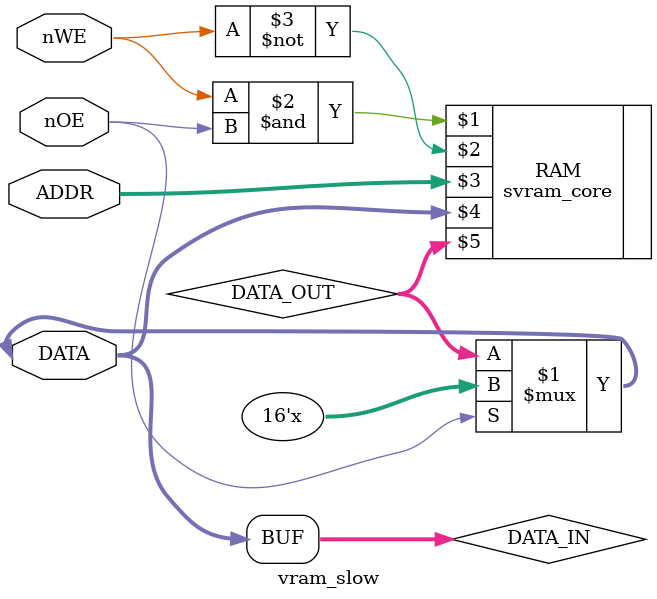
<source format=v>
`timescale 1ns/1ns


module vram_slow(
	input [14:0] ADDR,
	inout [15:0] DATA,
	input nOE,
	input nWE
);

	wire [15:0] DATA_IN;
	wire [15:0] DATA_OUT;

	assign DATA = nOE ? 16'bzzzzzzzzzzzzzzzz : DATA_OUT;
	assign DATA_IN = DATA;
	
	svram_core RAM(
		nWE & nOE,
		~nWE,
		ADDR,
		DATA_IN,
		DATA_OUT
	);

endmodule

</source>
